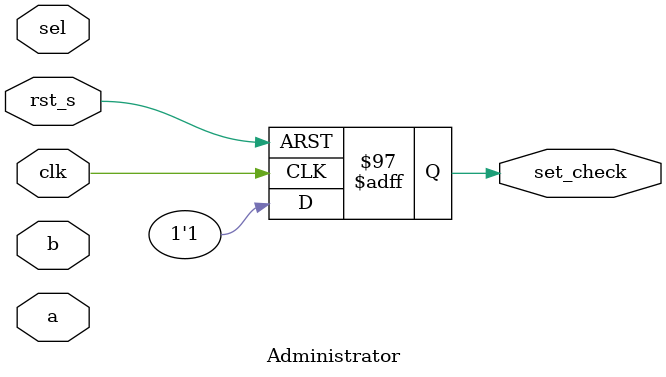
<source format=v>
`timescale 1ns / 1ps


module Administrator(
input clk,rst_s,a,b,
input[3:0] sel,
output reg set_check

    );
     reg[2:0]set_state;
     reg[2:0]next_set_state;
     reg[1:0] mode;
    parameter
    RESTART = 3'b000,
    OPEN = 3'b001,
    RULE = 3'b010,
    EXCEED = 3'b011,
    INFO = 3'b100,
    RESET = 3'b101,
        //wash_state
    LARGE =2'b00,
    MIDDLE =2'b01, 
    SMALL = 2'b10,
    DRY = 2'b11;
    
    always@(posedge clk or negedge rst_s) 
        begin
           if(!rst_s)
            begin
                set_state <= RESTART;
                set_check <= 1'b0;
            end
            else
            begin
                set_state <= next_set_state;
                set_check <= 1'b1;
            end
        end
        
     always@(*)
     begin
     case(set_state)
     RESTART: next_set_state = OPEN;
     
    OPEN:
          if(a)
          next_set_state = RULE;
          else
          next_set_state = OPEN;
     
     RULE:
      if (b) begin
                        case(sel)
                           4'b1000: begin
                           mode = LARGE;
                           next_set_state = EXCEED;
                           end
                           4'b0100: begin
                           mode = MIDDLE;
                           next_set_state = EXCEED;
                           end
                           4'b0010: begin
                           mode = SMALL;
                           next_set_state = EXCEED;
                           end
                           4'b0001: begin
                           mode = DRY;
                           next_set_state = EXCEED;
                           end
                           default:next_set_state = RULE;
                           endcase
                           end
                    else next_set_state = RULE;
     
     EXCEED:
     if(a)
     next_set_state = INFO;
     else
     next_set_state = EXCEED;
     
     INFO:
     if(b)
     next_set_state = RESET;
     else
     next_set_state = INFO;
     
     RESET:
     if(a)
     next_set_state =OPEN;
     else
     next_set_state = RESET;
     
     endcase
     end
endmodule

</source>
